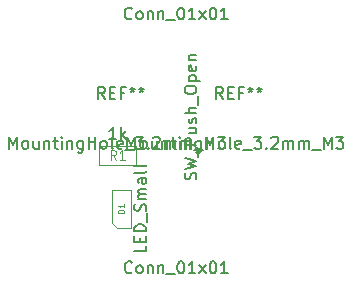
<source format=gbr>
%TF.GenerationSoftware,KiCad,Pcbnew,(5.1.7)-1*%
%TF.CreationDate,2020-11-20T21:44:25-06:00*%
%TF.ProjectId,PROBE-BOARD,50524f42-452d-4424-9f41-52442e6b6963,rev?*%
%TF.SameCoordinates,Original*%
%TF.FileFunction,Other,Fab,Top*%
%FSLAX46Y46*%
G04 Gerber Fmt 4.6, Leading zero omitted, Abs format (unit mm)*
G04 Created by KiCad (PCBNEW (5.1.7)-1) date 2020-11-20 21:44:25*
%MOMM*%
%LPD*%
G01*
G04 APERTURE LIST*
%ADD10C,0.100000*%
%ADD11C,0.150000*%
%ADD12C,0.120000*%
%ADD13C,0.080000*%
G04 APERTURE END LIST*
D10*
%TO.C,R1*%
X-3353000Y85000D02*
X-3353000Y-1515000D01*
X-3353000Y-1515000D02*
X-6553000Y-1515000D01*
X-6553000Y-1515000D02*
X-6553000Y85000D01*
X-6553000Y85000D02*
X-3353000Y85000D01*
%TO.C,D1*%
X-3831500Y-3633500D02*
X-5431500Y-3633500D01*
X-3831500Y-6833500D02*
X-3831500Y-3633500D01*
X-5031500Y-6833500D02*
X-3831500Y-6833500D01*
X-5431500Y-6433500D02*
X-5031500Y-6833500D01*
X-5431500Y-3633500D02*
X-5431500Y-6433500D01*
%TD*%
%TO.C,R1*%
D11*
X-5072047Y652619D02*
X-5643476Y652619D01*
X-5357761Y652619D02*
X-5357761Y1652619D01*
X-5453000Y1509761D01*
X-5548238Y1414523D01*
X-5643476Y1366904D01*
X-4643476Y652619D02*
X-4643476Y1652619D01*
X-4548238Y1033571D02*
X-4262523Y652619D01*
X-4262523Y1319285D02*
X-4643476Y938333D01*
D12*
X-5086333Y-1076904D02*
X-5353000Y-695952D01*
X-5543476Y-1076904D02*
X-5543476Y-276904D01*
X-5238714Y-276904D01*
X-5162523Y-315000D01*
X-5124428Y-353095D01*
X-5086333Y-429285D01*
X-5086333Y-543571D01*
X-5124428Y-619761D01*
X-5162523Y-657857D01*
X-5238714Y-695952D01*
X-5543476Y-695952D01*
X-4324428Y-1076904D02*
X-4781571Y-1076904D01*
X-4553000Y-1076904D02*
X-4553000Y-276904D01*
X-4629190Y-391190D01*
X-4705380Y-467380D01*
X-4781571Y-505476D01*
%TO.C,D1*%
D11*
X-2529119Y-8376357D02*
X-2529119Y-8852547D01*
X-3529119Y-8852547D01*
X-3052928Y-8043023D02*
X-3052928Y-7709690D01*
X-2529119Y-7566833D02*
X-2529119Y-8043023D01*
X-3529119Y-8043023D01*
X-3529119Y-7566833D01*
X-2529119Y-7138261D02*
X-3529119Y-7138261D01*
X-3529119Y-6900166D01*
X-3481500Y-6757309D01*
X-3386261Y-6662071D01*
X-3291023Y-6614452D01*
X-3100547Y-6566833D01*
X-2957690Y-6566833D01*
X-2767214Y-6614452D01*
X-2671976Y-6662071D01*
X-2576738Y-6757309D01*
X-2529119Y-6900166D01*
X-2529119Y-7138261D01*
X-2433880Y-6376357D02*
X-2433880Y-5614452D01*
X-2576738Y-5423976D02*
X-2529119Y-5281119D01*
X-2529119Y-5043023D01*
X-2576738Y-4947785D01*
X-2624357Y-4900166D01*
X-2719595Y-4852547D01*
X-2814833Y-4852547D01*
X-2910071Y-4900166D01*
X-2957690Y-4947785D01*
X-3005309Y-5043023D01*
X-3052928Y-5233499D01*
X-3100547Y-5328738D01*
X-3148166Y-5376357D01*
X-3243404Y-5423976D01*
X-3338642Y-5423976D01*
X-3433880Y-5376357D01*
X-3481500Y-5328738D01*
X-3529119Y-5233499D01*
X-3529119Y-4995404D01*
X-3481500Y-4852547D01*
X-2529119Y-4423976D02*
X-3195785Y-4423976D01*
X-3100547Y-4423976D02*
X-3148166Y-4376357D01*
X-3195785Y-4281119D01*
X-3195785Y-4138261D01*
X-3148166Y-4043023D01*
X-3052928Y-3995404D01*
X-2529119Y-3995404D01*
X-3052928Y-3995404D02*
X-3148166Y-3947785D01*
X-3195785Y-3852547D01*
X-3195785Y-3709690D01*
X-3148166Y-3614452D01*
X-3052928Y-3566833D01*
X-2529119Y-3566833D01*
X-2529119Y-2662071D02*
X-3052928Y-2662071D01*
X-3148166Y-2709690D01*
X-3195785Y-2804928D01*
X-3195785Y-2995404D01*
X-3148166Y-3090642D01*
X-2576738Y-2662071D02*
X-2529119Y-2757309D01*
X-2529119Y-2995404D01*
X-2576738Y-3090642D01*
X-2671976Y-3138261D01*
X-2767214Y-3138261D01*
X-2862452Y-3090642D01*
X-2910071Y-2995404D01*
X-2910071Y-2757309D01*
X-2957690Y-2662071D01*
X-2529119Y-2043023D02*
X-2576738Y-2138261D01*
X-2671976Y-2185880D01*
X-3529119Y-2185880D01*
X-2529119Y-1519214D02*
X-2576738Y-1614452D01*
X-2671976Y-1662071D01*
X-3529119Y-1662071D01*
D13*
X-4405309Y-5602547D02*
X-4905309Y-5602547D01*
X-4905309Y-5483500D01*
X-4881500Y-5412071D01*
X-4833880Y-5364452D01*
X-4786261Y-5340642D01*
X-4691023Y-5316833D01*
X-4619595Y-5316833D01*
X-4524357Y-5340642D01*
X-4476738Y-5364452D01*
X-4429119Y-5412071D01*
X-4405309Y-5483500D01*
X-4405309Y-5602547D01*
X-4405309Y-4840642D02*
X-4405309Y-5126357D01*
X-4405309Y-4983500D02*
X-4905309Y-4983500D01*
X-4833880Y-5031119D01*
X-4786261Y-5078738D01*
X-4762452Y-5126357D01*
%TO.C,SW1*%
D11*
X1674761Y-2745714D02*
X1722380Y-2602857D01*
X1722380Y-2364761D01*
X1674761Y-2269523D01*
X1627142Y-2221904D01*
X1531904Y-2174285D01*
X1436666Y-2174285D01*
X1341428Y-2221904D01*
X1293809Y-2269523D01*
X1246190Y-2364761D01*
X1198571Y-2555238D01*
X1150952Y-2650476D01*
X1103333Y-2698095D01*
X1008095Y-2745714D01*
X912857Y-2745714D01*
X817619Y-2698095D01*
X769999Y-2650476D01*
X722380Y-2555238D01*
X722380Y-2317142D01*
X769999Y-2174285D01*
X722380Y-1840952D02*
X1722380Y-1602857D01*
X1008095Y-1412380D01*
X1722380Y-1221904D01*
X722380Y-983809D01*
X1817619Y-840952D02*
X1817619Y-79047D01*
X1722380Y159047D02*
X722380Y159047D01*
X722380Y539999D01*
X769999Y635238D01*
X817619Y682857D01*
X912857Y730476D01*
X1055714Y730476D01*
X1150952Y682857D01*
X1198571Y635238D01*
X1246190Y539999D01*
X1246190Y159047D01*
X1055714Y1587619D02*
X1722380Y1587619D01*
X1055714Y1159047D02*
X1579523Y1159047D01*
X1674761Y1206666D01*
X1722380Y1301904D01*
X1722380Y1444761D01*
X1674761Y1540000D01*
X1627142Y1587619D01*
X1674761Y2016190D02*
X1722380Y2111428D01*
X1722380Y2301904D01*
X1674761Y2397142D01*
X1579523Y2444761D01*
X1531904Y2444761D01*
X1436666Y2397142D01*
X1389047Y2301904D01*
X1389047Y2159047D01*
X1341428Y2063809D01*
X1246190Y2016190D01*
X1198571Y2016190D01*
X1103333Y2063809D01*
X1055714Y2159047D01*
X1055714Y2301904D01*
X1103333Y2397142D01*
X1722380Y2873333D02*
X722380Y2873333D01*
X1722380Y3301904D02*
X1198571Y3301904D01*
X1103333Y3254285D01*
X1055714Y3159047D01*
X1055714Y3016190D01*
X1103333Y2920952D01*
X1150952Y2873333D01*
X1817619Y3540000D02*
X1817619Y4301904D01*
X722380Y4730476D02*
X722380Y4920952D01*
X770000Y5016190D01*
X865238Y5111428D01*
X1055714Y5159047D01*
X1389047Y5159047D01*
X1579523Y5111428D01*
X1674761Y5016190D01*
X1722380Y4920952D01*
X1722380Y4730476D01*
X1674761Y4635238D01*
X1579523Y4540000D01*
X1389047Y4492380D01*
X1055714Y4492380D01*
X865238Y4540000D01*
X770000Y4635238D01*
X722380Y4730476D01*
X1055714Y5587619D02*
X2055714Y5587619D01*
X1103333Y5587619D02*
X1055714Y5682857D01*
X1055714Y5873333D01*
X1103333Y5968571D01*
X1150952Y6016190D01*
X1246190Y6063809D01*
X1531904Y6063809D01*
X1627142Y6016190D01*
X1674761Y5968571D01*
X1722380Y5873333D01*
X1722380Y5682857D01*
X1674761Y5587619D01*
X1674761Y6873333D02*
X1722380Y6778095D01*
X1722380Y6587619D01*
X1674761Y6492380D01*
X1579523Y6444761D01*
X1198571Y6444761D01*
X1103333Y6492380D01*
X1055714Y6587619D01*
X1055714Y6778095D01*
X1103333Y6873333D01*
X1198571Y6920952D01*
X1293809Y6920952D01*
X1389047Y6444761D01*
X1055714Y7349523D02*
X1722380Y7349523D01*
X1150952Y7349523D02*
X1103333Y7397142D01*
X1055714Y7492380D01*
X1055714Y7635238D01*
X1103333Y7730476D01*
X1198571Y7778095D01*
X1722380Y7778095D01*
%TO.C,REF\u002A\u002A*%
X-4119047Y-152380D02*
X-4119047Y847619D01*
X-3785714Y133333D01*
X-3452380Y847619D01*
X-3452380Y-152380D01*
X-2833333Y-152380D02*
X-2928571Y-104761D01*
X-2976190Y-57142D01*
X-3023809Y38095D01*
X-3023809Y323809D01*
X-2976190Y419047D01*
X-2928571Y466666D01*
X-2833333Y514285D01*
X-2690476Y514285D01*
X-2595238Y466666D01*
X-2547619Y419047D01*
X-2500000Y323809D01*
X-2500000Y38095D01*
X-2547619Y-57142D01*
X-2595238Y-104761D01*
X-2690476Y-152380D01*
X-2833333Y-152380D01*
X-1642857Y514285D02*
X-1642857Y-152380D01*
X-2071428Y514285D02*
X-2071428Y-9523D01*
X-2023809Y-104761D01*
X-1928571Y-152380D01*
X-1785714Y-152380D01*
X-1690476Y-104761D01*
X-1642857Y-57142D01*
X-1166666Y514285D02*
X-1166666Y-152380D01*
X-1166666Y419047D02*
X-1119047Y466666D01*
X-1023809Y514285D01*
X-880952Y514285D01*
X-785714Y466666D01*
X-738095Y371428D01*
X-738095Y-152380D01*
X-404761Y514285D02*
X-23809Y514285D01*
X-261904Y847619D02*
X-261904Y-9523D01*
X-214285Y-104761D01*
X-119047Y-152380D01*
X-23809Y-152380D01*
X309523Y-152380D02*
X309523Y514285D01*
X309523Y847619D02*
X261904Y800000D01*
X309523Y752380D01*
X357142Y800000D01*
X309523Y847619D01*
X309523Y752380D01*
X785714Y514285D02*
X785714Y-152380D01*
X785714Y419047D02*
X833333Y466666D01*
X928571Y514285D01*
X1071428Y514285D01*
X1166666Y466666D01*
X1214285Y371428D01*
X1214285Y-152380D01*
X2119047Y514285D02*
X2119047Y-295238D01*
X2071428Y-390476D01*
X2023809Y-438095D01*
X1928571Y-485714D01*
X1785714Y-485714D01*
X1690476Y-438095D01*
X2119047Y-104761D02*
X2023809Y-152380D01*
X1833333Y-152380D01*
X1738095Y-104761D01*
X1690476Y-57142D01*
X1642857Y38095D01*
X1642857Y323809D01*
X1690476Y419047D01*
X1738095Y466666D01*
X1833333Y514285D01*
X2023809Y514285D01*
X2119047Y466666D01*
X2595238Y-152380D02*
X2595238Y847619D01*
X2595238Y371428D02*
X3166666Y371428D01*
X3166666Y-152380D02*
X3166666Y847619D01*
X3785714Y-152380D02*
X3690476Y-104761D01*
X3642857Y-57142D01*
X3595238Y38095D01*
X3595238Y323809D01*
X3642857Y419047D01*
X3690476Y466666D01*
X3785714Y514285D01*
X3928571Y514285D01*
X4023809Y466666D01*
X4071428Y419047D01*
X4119047Y323809D01*
X4119047Y38095D01*
X4071428Y-57142D01*
X4023809Y-104761D01*
X3928571Y-152380D01*
X3785714Y-152380D01*
X4690476Y-152380D02*
X4595238Y-104761D01*
X4547619Y-9523D01*
X4547619Y847619D01*
X5452380Y-104761D02*
X5357142Y-152380D01*
X5166666Y-152380D01*
X5071428Y-104761D01*
X5023809Y-9523D01*
X5023809Y371428D01*
X5071428Y466666D01*
X5166666Y514285D01*
X5357142Y514285D01*
X5452380Y466666D01*
X5499999Y371428D01*
X5499999Y276190D01*
X5023809Y180952D01*
X5690476Y-247619D02*
X6452380Y-247619D01*
X6595238Y847619D02*
X7214285Y847619D01*
X6880952Y466666D01*
X7023809Y466666D01*
X7119047Y419047D01*
X7166666Y371428D01*
X7214285Y276190D01*
X7214285Y38095D01*
X7166666Y-57142D01*
X7119047Y-104761D01*
X7023809Y-152380D01*
X6738095Y-152380D01*
X6642857Y-104761D01*
X6595238Y-57142D01*
X7642857Y-57142D02*
X7690476Y-104761D01*
X7642857Y-152380D01*
X7595238Y-104761D01*
X7642857Y-57142D01*
X7642857Y-152380D01*
X8071428Y752380D02*
X8119047Y800000D01*
X8214285Y847619D01*
X8452380Y847619D01*
X8547619Y800000D01*
X8595238Y752380D01*
X8642857Y657142D01*
X8642857Y561904D01*
X8595238Y419047D01*
X8023809Y-152380D01*
X8642857Y-152380D01*
X9071428Y-152380D02*
X9071428Y514285D01*
X9071428Y419047D02*
X9119047Y466666D01*
X9214285Y514285D01*
X9357142Y514285D01*
X9452380Y466666D01*
X9499999Y371428D01*
X9499999Y-152380D01*
X9499999Y371428D02*
X9547619Y466666D01*
X9642857Y514285D01*
X9785714Y514285D01*
X9880952Y466666D01*
X9928571Y371428D01*
X9928571Y-152380D01*
X10404761Y-152380D02*
X10404761Y514285D01*
X10404761Y419047D02*
X10452380Y466666D01*
X10547619Y514285D01*
X10690476Y514285D01*
X10785714Y466666D01*
X10833333Y371428D01*
X10833333Y-152380D01*
X10833333Y371428D02*
X10880952Y466666D01*
X10976190Y514285D01*
X11119047Y514285D01*
X11214285Y466666D01*
X11261904Y371428D01*
X11261904Y-152380D01*
X11499999Y-247619D02*
X12261904Y-247619D01*
X12499999Y-152380D02*
X12499999Y847619D01*
X12833333Y133333D01*
X13166666Y847619D01*
X13166666Y-152380D01*
X13547619Y847619D02*
X14166666Y847619D01*
X13833333Y466666D01*
X13976190Y466666D01*
X14071428Y419047D01*
X14119047Y371428D01*
X14166666Y276190D01*
X14166666Y38095D01*
X14119047Y-57142D01*
X14071428Y-104761D01*
X13976190Y-152380D01*
X13690476Y-152380D01*
X13595238Y-104761D01*
X13547619Y-57142D01*
X3966666Y4047619D02*
X3633333Y4523809D01*
X3395238Y4047619D02*
X3395238Y5047619D01*
X3776190Y5047619D01*
X3871428Y5000000D01*
X3919047Y4952380D01*
X3966666Y4857142D01*
X3966666Y4714285D01*
X3919047Y4619047D01*
X3871428Y4571428D01*
X3776190Y4523809D01*
X3395238Y4523809D01*
X4395238Y4571428D02*
X4728571Y4571428D01*
X4871428Y4047619D02*
X4395238Y4047619D01*
X4395238Y5047619D01*
X4871428Y5047619D01*
X5633333Y4571428D02*
X5300000Y4571428D01*
X5300000Y4047619D02*
X5300000Y5047619D01*
X5776190Y5047619D01*
X6300000Y5047619D02*
X6300000Y4809523D01*
X6061904Y4904761D02*
X6300000Y4809523D01*
X6538095Y4904761D01*
X6157142Y4619047D02*
X6300000Y4809523D01*
X6442857Y4619047D01*
X7061904Y5047619D02*
X7061904Y4809523D01*
X6823809Y4904761D02*
X7061904Y4809523D01*
X7300000Y4904761D01*
X6919047Y4619047D02*
X7061904Y4809523D01*
X7204761Y4619047D01*
X-14119047Y-152380D02*
X-14119047Y847619D01*
X-13785714Y133333D01*
X-13452380Y847619D01*
X-13452380Y-152380D01*
X-12833333Y-152380D02*
X-12928571Y-104761D01*
X-12976190Y-57142D01*
X-13023809Y38095D01*
X-13023809Y323809D01*
X-12976190Y419047D01*
X-12928571Y466666D01*
X-12833333Y514285D01*
X-12690476Y514285D01*
X-12595238Y466666D01*
X-12547619Y419047D01*
X-12500000Y323809D01*
X-12500000Y38095D01*
X-12547619Y-57142D01*
X-12595238Y-104761D01*
X-12690476Y-152380D01*
X-12833333Y-152380D01*
X-11642857Y514285D02*
X-11642857Y-152380D01*
X-12071428Y514285D02*
X-12071428Y-9523D01*
X-12023809Y-104761D01*
X-11928571Y-152380D01*
X-11785714Y-152380D01*
X-11690476Y-104761D01*
X-11642857Y-57142D01*
X-11166666Y514285D02*
X-11166666Y-152380D01*
X-11166666Y419047D02*
X-11119047Y466666D01*
X-11023809Y514285D01*
X-10880952Y514285D01*
X-10785714Y466666D01*
X-10738095Y371428D01*
X-10738095Y-152380D01*
X-10404761Y514285D02*
X-10023809Y514285D01*
X-10261904Y847619D02*
X-10261904Y-9523D01*
X-10214285Y-104761D01*
X-10119047Y-152380D01*
X-10023809Y-152380D01*
X-9690476Y-152380D02*
X-9690476Y514285D01*
X-9690476Y847619D02*
X-9738095Y800000D01*
X-9690476Y752380D01*
X-9642857Y800000D01*
X-9690476Y847619D01*
X-9690476Y752380D01*
X-9214285Y514285D02*
X-9214285Y-152380D01*
X-9214285Y419047D02*
X-9166666Y466666D01*
X-9071428Y514285D01*
X-8928571Y514285D01*
X-8833333Y466666D01*
X-8785714Y371428D01*
X-8785714Y-152380D01*
X-7880952Y514285D02*
X-7880952Y-295238D01*
X-7928571Y-390476D01*
X-7976190Y-438095D01*
X-8071428Y-485714D01*
X-8214285Y-485714D01*
X-8309523Y-438095D01*
X-7880952Y-104761D02*
X-7976190Y-152380D01*
X-8166666Y-152380D01*
X-8261904Y-104761D01*
X-8309523Y-57142D01*
X-8357142Y38095D01*
X-8357142Y323809D01*
X-8309523Y419047D01*
X-8261904Y466666D01*
X-8166666Y514285D01*
X-7976190Y514285D01*
X-7880952Y466666D01*
X-7404761Y-152380D02*
X-7404761Y847619D01*
X-7404761Y371428D02*
X-6833333Y371428D01*
X-6833333Y-152380D02*
X-6833333Y847619D01*
X-6214285Y-152380D02*
X-6309523Y-104761D01*
X-6357142Y-57142D01*
X-6404761Y38095D01*
X-6404761Y323809D01*
X-6357142Y419047D01*
X-6309523Y466666D01*
X-6214285Y514285D01*
X-6071428Y514285D01*
X-5976190Y466666D01*
X-5928571Y419047D01*
X-5880952Y323809D01*
X-5880952Y38095D01*
X-5928571Y-57142D01*
X-5976190Y-104761D01*
X-6071428Y-152380D01*
X-6214285Y-152380D01*
X-5309523Y-152380D02*
X-5404761Y-104761D01*
X-5452380Y-9523D01*
X-5452380Y847619D01*
X-4547619Y-104761D02*
X-4642857Y-152380D01*
X-4833333Y-152380D01*
X-4928571Y-104761D01*
X-4976190Y-9523D01*
X-4976190Y371428D01*
X-4928571Y466666D01*
X-4833333Y514285D01*
X-4642857Y514285D01*
X-4547619Y466666D01*
X-4500000Y371428D01*
X-4500000Y276190D01*
X-4976190Y180952D01*
X-4309523Y-247619D02*
X-3547619Y-247619D01*
X-3404761Y847619D02*
X-2785714Y847619D01*
X-3119047Y466666D01*
X-2976190Y466666D01*
X-2880952Y419047D01*
X-2833333Y371428D01*
X-2785714Y276190D01*
X-2785714Y38095D01*
X-2833333Y-57142D01*
X-2880952Y-104761D01*
X-2976190Y-152380D01*
X-3261904Y-152380D01*
X-3357142Y-104761D01*
X-3404761Y-57142D01*
X-2357142Y-57142D02*
X-2309523Y-104761D01*
X-2357142Y-152380D01*
X-2404761Y-104761D01*
X-2357142Y-57142D01*
X-2357142Y-152380D01*
X-1928571Y752380D02*
X-1880952Y800000D01*
X-1785714Y847619D01*
X-1547619Y847619D01*
X-1452380Y800000D01*
X-1404761Y752380D01*
X-1357142Y657142D01*
X-1357142Y561904D01*
X-1404761Y419047D01*
X-1976190Y-152380D01*
X-1357142Y-152380D01*
X-928571Y-152380D02*
X-928571Y514285D01*
X-928571Y419047D02*
X-880952Y466666D01*
X-785714Y514285D01*
X-642857Y514285D01*
X-547619Y466666D01*
X-500000Y371428D01*
X-500000Y-152380D01*
X-500000Y371428D02*
X-452380Y466666D01*
X-357142Y514285D01*
X-214285Y514285D01*
X-119047Y466666D01*
X-71428Y371428D01*
X-71428Y-152380D01*
X404761Y-152380D02*
X404761Y514285D01*
X404761Y419047D02*
X452380Y466666D01*
X547619Y514285D01*
X690476Y514285D01*
X785714Y466666D01*
X833333Y371428D01*
X833333Y-152380D01*
X833333Y371428D02*
X880952Y466666D01*
X976190Y514285D01*
X1119047Y514285D01*
X1214285Y466666D01*
X1261904Y371428D01*
X1261904Y-152380D01*
X1499999Y-247619D02*
X2261904Y-247619D01*
X2499999Y-152380D02*
X2499999Y847619D01*
X2833333Y133333D01*
X3166666Y847619D01*
X3166666Y-152380D01*
X3547619Y847619D02*
X4166666Y847619D01*
X3833333Y466666D01*
X3976190Y466666D01*
X4071428Y419047D01*
X4119047Y371428D01*
X4166666Y276190D01*
X4166666Y38095D01*
X4119047Y-57142D01*
X4071428Y-104761D01*
X3976190Y-152380D01*
X3690476Y-152380D01*
X3595238Y-104761D01*
X3547619Y-57142D01*
X-6033333Y4047619D02*
X-6366666Y4523809D01*
X-6604761Y4047619D02*
X-6604761Y5047619D01*
X-6223809Y5047619D01*
X-6128571Y5000000D01*
X-6080952Y4952380D01*
X-6033333Y4857142D01*
X-6033333Y4714285D01*
X-6080952Y4619047D01*
X-6128571Y4571428D01*
X-6223809Y4523809D01*
X-6604761Y4523809D01*
X-5604761Y4571428D02*
X-5271428Y4571428D01*
X-5128571Y4047619D02*
X-5604761Y4047619D01*
X-5604761Y5047619D01*
X-5128571Y5047619D01*
X-4366666Y4571428D02*
X-4700000Y4571428D01*
X-4700000Y4047619D02*
X-4700000Y5047619D01*
X-4223809Y5047619D01*
X-3700000Y5047619D02*
X-3700000Y4809523D01*
X-3938095Y4904761D02*
X-3700000Y4809523D01*
X-3461904Y4904761D01*
X-3842857Y4619047D02*
X-3700000Y4809523D01*
X-3557142Y4619047D01*
X-2938095Y5047619D02*
X-2938095Y4809523D01*
X-3176190Y4904761D02*
X-2938095Y4809523D01*
X-2700000Y4904761D01*
X-3080952Y4619047D02*
X-2938095Y4809523D01*
X-2795238Y4619047D01*
%TO.C,J2*%
X-3738095Y-10607142D02*
X-3785714Y-10654761D01*
X-3928571Y-10702380D01*
X-4023809Y-10702380D01*
X-4166666Y-10654761D01*
X-4261904Y-10559523D01*
X-4309523Y-10464285D01*
X-4357142Y-10273809D01*
X-4357142Y-10130952D01*
X-4309523Y-9940476D01*
X-4261904Y-9845238D01*
X-4166666Y-9750000D01*
X-4023809Y-9702380D01*
X-3928571Y-9702380D01*
X-3785714Y-9750000D01*
X-3738095Y-9797619D01*
X-3166666Y-10702380D02*
X-3261904Y-10654761D01*
X-3309523Y-10607142D01*
X-3357142Y-10511904D01*
X-3357142Y-10226190D01*
X-3309523Y-10130952D01*
X-3261904Y-10083333D01*
X-3166666Y-10035714D01*
X-3023809Y-10035714D01*
X-2928571Y-10083333D01*
X-2880952Y-10130952D01*
X-2833333Y-10226190D01*
X-2833333Y-10511904D01*
X-2880952Y-10607142D01*
X-2928571Y-10654761D01*
X-3023809Y-10702380D01*
X-3166666Y-10702380D01*
X-2404761Y-10035714D02*
X-2404761Y-10702380D01*
X-2404761Y-10130952D02*
X-2357142Y-10083333D01*
X-2261904Y-10035714D01*
X-2119047Y-10035714D01*
X-2023809Y-10083333D01*
X-1976190Y-10178571D01*
X-1976190Y-10702380D01*
X-1500000Y-10035714D02*
X-1500000Y-10702380D01*
X-1500000Y-10130952D02*
X-1452380Y-10083333D01*
X-1357142Y-10035714D01*
X-1214285Y-10035714D01*
X-1119047Y-10083333D01*
X-1071428Y-10178571D01*
X-1071428Y-10702380D01*
X-833333Y-10797619D02*
X-71428Y-10797619D01*
X357142Y-9702380D02*
X452380Y-9702380D01*
X547619Y-9750000D01*
X595238Y-9797619D01*
X642857Y-9892857D01*
X690476Y-10083333D01*
X690476Y-10321428D01*
X642857Y-10511904D01*
X595238Y-10607142D01*
X547619Y-10654761D01*
X452380Y-10702380D01*
X357142Y-10702380D01*
X261904Y-10654761D01*
X214285Y-10607142D01*
X166666Y-10511904D01*
X119047Y-10321428D01*
X119047Y-10083333D01*
X166666Y-9892857D01*
X214285Y-9797619D01*
X261904Y-9750000D01*
X357142Y-9702380D01*
X1642857Y-10702380D02*
X1071428Y-10702380D01*
X1357142Y-10702380D02*
X1357142Y-9702380D01*
X1261904Y-9845238D01*
X1166666Y-9940476D01*
X1071428Y-9988095D01*
X1976190Y-10702380D02*
X2500000Y-10035714D01*
X1976190Y-10035714D02*
X2500000Y-10702380D01*
X3071428Y-9702380D02*
X3166666Y-9702380D01*
X3261904Y-9750000D01*
X3309523Y-9797619D01*
X3357142Y-9892857D01*
X3404761Y-10083333D01*
X3404761Y-10321428D01*
X3357142Y-10511904D01*
X3309523Y-10607142D01*
X3261904Y-10654761D01*
X3166666Y-10702380D01*
X3071428Y-10702380D01*
X2976190Y-10654761D01*
X2928571Y-10607142D01*
X2880952Y-10511904D01*
X2833333Y-10321428D01*
X2833333Y-10083333D01*
X2880952Y-9892857D01*
X2928571Y-9797619D01*
X2976190Y-9750000D01*
X3071428Y-9702380D01*
X4357142Y-10702380D02*
X3785714Y-10702380D01*
X4071428Y-10702380D02*
X4071428Y-9702380D01*
X3976190Y-9845238D01*
X3880952Y-9940476D01*
X3785714Y-9988095D01*
%TO.C,J1*%
X-3738095Y10892857D02*
X-3785714Y10845238D01*
X-3928571Y10797619D01*
X-4023809Y10797619D01*
X-4166666Y10845238D01*
X-4261904Y10940476D01*
X-4309523Y11035714D01*
X-4357142Y11226190D01*
X-4357142Y11369047D01*
X-4309523Y11559523D01*
X-4261904Y11654761D01*
X-4166666Y11750000D01*
X-4023809Y11797619D01*
X-3928571Y11797619D01*
X-3785714Y11750000D01*
X-3738095Y11702380D01*
X-3166666Y10797619D02*
X-3261904Y10845238D01*
X-3309523Y10892857D01*
X-3357142Y10988095D01*
X-3357142Y11273809D01*
X-3309523Y11369047D01*
X-3261904Y11416666D01*
X-3166666Y11464285D01*
X-3023809Y11464285D01*
X-2928571Y11416666D01*
X-2880952Y11369047D01*
X-2833333Y11273809D01*
X-2833333Y10988095D01*
X-2880952Y10892857D01*
X-2928571Y10845238D01*
X-3023809Y10797619D01*
X-3166666Y10797619D01*
X-2404761Y11464285D02*
X-2404761Y10797619D01*
X-2404761Y11369047D02*
X-2357142Y11416666D01*
X-2261904Y11464285D01*
X-2119047Y11464285D01*
X-2023809Y11416666D01*
X-1976190Y11321428D01*
X-1976190Y10797619D01*
X-1500000Y11464285D02*
X-1500000Y10797619D01*
X-1500000Y11369047D02*
X-1452380Y11416666D01*
X-1357142Y11464285D01*
X-1214285Y11464285D01*
X-1119047Y11416666D01*
X-1071428Y11321428D01*
X-1071428Y10797619D01*
X-833333Y10702380D02*
X-71428Y10702380D01*
X357142Y11797619D02*
X452380Y11797619D01*
X547619Y11750000D01*
X595238Y11702380D01*
X642857Y11607142D01*
X690476Y11416666D01*
X690476Y11178571D01*
X642857Y10988095D01*
X595238Y10892857D01*
X547619Y10845238D01*
X452380Y10797619D01*
X357142Y10797619D01*
X261904Y10845238D01*
X214285Y10892857D01*
X166666Y10988095D01*
X119047Y11178571D01*
X119047Y11416666D01*
X166666Y11607142D01*
X214285Y11702380D01*
X261904Y11750000D01*
X357142Y11797619D01*
X1642857Y10797619D02*
X1071428Y10797619D01*
X1357142Y10797619D02*
X1357142Y11797619D01*
X1261904Y11654761D01*
X1166666Y11559523D01*
X1071428Y11511904D01*
X1976190Y10797619D02*
X2500000Y11464285D01*
X1976190Y11464285D02*
X2500000Y10797619D01*
X3071428Y11797619D02*
X3166666Y11797619D01*
X3261904Y11750000D01*
X3309523Y11702380D01*
X3357142Y11607142D01*
X3404761Y11416666D01*
X3404761Y11178571D01*
X3357142Y10988095D01*
X3309523Y10892857D01*
X3261904Y10845238D01*
X3166666Y10797619D01*
X3071428Y10797619D01*
X2976190Y10845238D01*
X2928571Y10892857D01*
X2880952Y10988095D01*
X2833333Y11178571D01*
X2833333Y11416666D01*
X2880952Y11607142D01*
X2928571Y11702380D01*
X2976190Y11750000D01*
X3071428Y11797619D01*
X4357142Y10797619D02*
X3785714Y10797619D01*
X4071428Y10797619D02*
X4071428Y11797619D01*
X3976190Y11654761D01*
X3880952Y11559523D01*
X3785714Y11511904D01*
%TD*%
M02*

</source>
